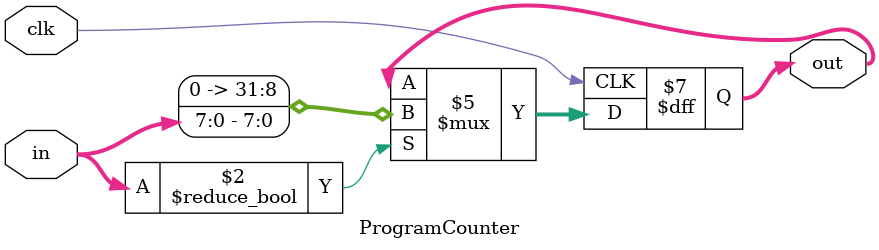
<source format=v>
`timescale 1ns / 1ps


 module ProgramCounter(in, clk, out);
    input [7:0] in;
    input clk;
    output reg [31:0] out;
    
    initial begin
        out = 0;
    end
    
    always@ (negedge clk) begin
        if (in) begin
            out = in;
        end
    end
endmodule

</source>
